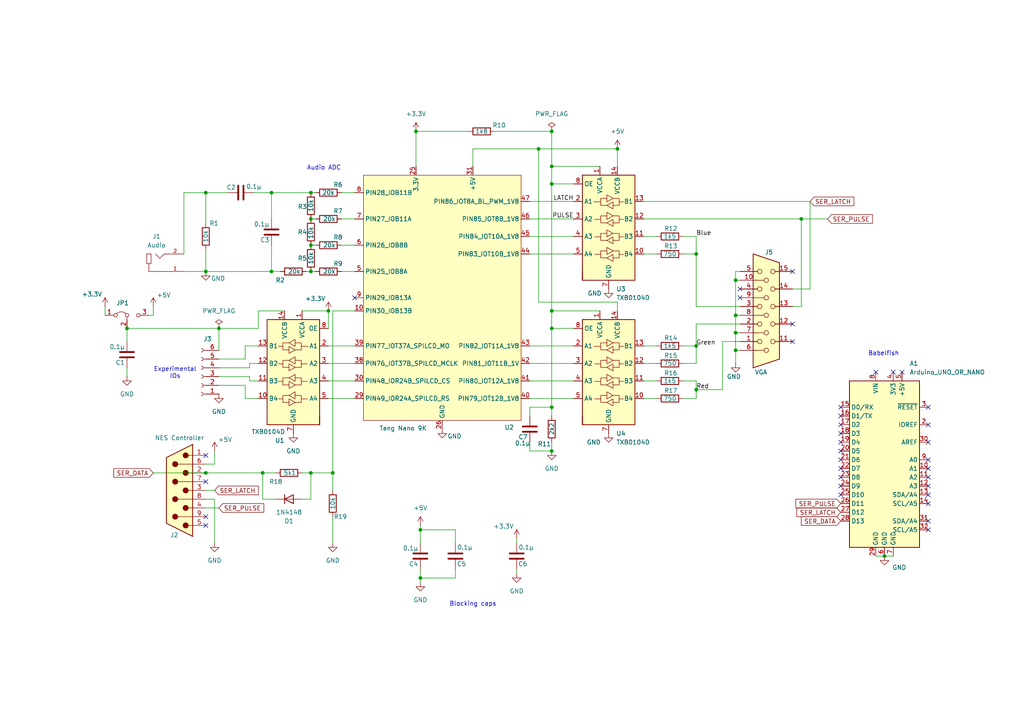
<source format=kicad_sch>
(kicad_sch (version 20231120) (generator "eeschema") (generator_version "8.0")
  (paper "A4")
  (lib_symbols
    (symbol "Connector:Conn_01x06_Socket" (pin_names (offset 1.016) hide)
      (property "Reference" "J" (at 0 7.62 0))
      (property "Value" "Conn_01x06_Socket" (at 0 -10.16 0))
      (symbol "Conn_01x06_Socket_1_1"
        (arc (start 0 -7.112) (mid -0.5058 -7.62) (end 0 -8.128) (stroke (width 0.1524)))
        (arc (start 0 -4.572) (mid -0.5058 -5.08) (end 0 -5.588) (stroke (width 0.1524)))
        (arc (start 0 -2.032) (mid -0.5058 -2.54) (end 0 -3.048) (stroke (width 0.1524)))
        (polyline (pts (xy -1.27 -7.62) (xy -0.508 -7.62)) (stroke (width 0.1524)))
        (polyline (pts (xy -1.27 -5.08) (xy -0.508 -5.08)) (stroke (width 0.1524)))
        (polyline (pts (xy -1.27 -2.54) (xy -0.508 -2.54)) (stroke (width 0.1524)))
        (polyline (pts (xy -1.27 0) (xy -0.508 0)) (stroke (width 0.1524)))
        (polyline (pts (xy -1.27 2.54) (xy -0.508 2.54)) (stroke (width 0.1524)))
        (polyline (pts (xy -1.27 5.08) (xy -0.508 5.08)) (stroke (width 0.1524)))
        (arc (start 0 0.508) (mid -0.5058 0) (end 0 -0.508) (stroke (width 0.1524)))
        (arc (start 0 3.048) (mid -0.5058 2.54) (end 0 2.032) (stroke (width 0.1524)))
        (arc (start 0 5.588) (mid -0.5058 5.08) (end 0 4.572) (stroke (width 0.1524)))
        (pin passive line (at -5.08 5.08 0) (length 3.81) (name "Pin_1") (number "1"))
        (pin passive line (at -5.08 2.54 0) (length 3.81) (name "Pin_2") (number "2"))
        (pin passive line (at -5.08 0 0) (length 3.81) (name "Pin_3") (number "3"))
        (pin passive line (at -5.08 -2.54 0) (length 3.81) (name "Pin_4") (number "4"))
        (pin passive line (at -5.08 -5.08 0) (length 3.81) (name "Pin_5") (number "5"))
        (pin passive line (at -5.08 -7.62 0) (length 3.81) (name "Pin_6") (number "6"))
      )
    )
    (symbol "Connector:DE9_Plug" (pin_names (offset 1.016) hide)
      (property "Reference" "J" (at 0 13.97 0))
      (property "Value" "DE9_Plug" (at 0 -14.605 0))
      (symbol "DE9_Plug_0_1"
        (circle (center -1.778 -10.16) (radius 0.762) (fill (type outline)))
        (circle (center -1.778 -5.08) (radius 0.762) (fill (type outline)))
        (circle (center -1.778 0) (radius 0.762) (fill (type outline)))
        (circle (center -1.778 5.08) (radius 0.762) (fill (type outline)))
        (circle (center -1.778 10.16) (radius 0.762) (fill (type outline)))
        (polyline (pts (xy -3.81 -10.16) (xy -2.54 -10.16)))
        (polyline (pts (xy -3.81 -7.62) (xy 0.508 -7.62)))
        (polyline (pts (xy -3.81 -5.08) (xy -2.54 -5.08)))
        (polyline (pts (xy -3.81 -2.54) (xy 0.508 -2.54)))
        (polyline (pts (xy -3.81 0) (xy -2.54 0)))
        (polyline (pts (xy -3.81 2.54) (xy 0.508 2.54)))
        (polyline (pts (xy -3.81 5.08) (xy -2.54 5.08)))
        (polyline (pts (xy -3.81 7.62) (xy 0.508 7.62)))
        (polyline (pts (xy -3.81 10.16) (xy -2.54 10.16)))
        (polyline (pts (xy -3.81 -13.335) (xy -3.81 13.335) (xy 3.81 9.525) (xy 3.81 -9.525) (xy -3.81 -13.335)) (stroke (width 0.254)) (fill (type background)))
        (circle (center 1.27 -7.62) (radius 0.762) (fill (type outline)))
        (circle (center 1.27 -2.54) (radius 0.762) (fill (type outline)))
        (circle (center 1.27 2.54) (radius 0.762) (fill (type outline)))
        (circle (center 1.27 7.62) (radius 0.762) (fill (type outline)))
      )
      (symbol "DE9_Plug_1_1"
        (pin passive line (at -7.62 -10.16 0) (length 3.81) (name "1") (number "1"))
        (pin passive line (at -7.62 -5.08 0) (length 3.81) (name "2") (number "2"))
        (pin passive line (at -7.62 0 0) (length 3.81) (name "3") (number "3"))
        (pin passive line (at -7.62 5.08 0) (length 3.81) (name "4") (number "4"))
        (pin passive line (at -7.62 10.16 0) (length 3.81) (name "5") (number "5"))
        (pin passive line (at -7.62 -7.62 0) (length 3.81) (name "6") (number "6"))
        (pin passive line (at -7.62 -2.54 0) (length 3.81) (name "7") (number "7"))
        (pin passive line (at -7.62 2.54 0) (length 3.81) (name "8") (number "8"))
        (pin passive line (at -7.62 7.62 0) (length 3.81) (name "9") (number "9"))
      )
    )
    (symbol "DE15_Receptacle_HighDensity_1" (pin_names (offset 1.016) hide)
      (property "Reference" "J" (at 0 21.59 0))
      (property "Value" "DE15_Receptacle_HighDensity" (at 0 19.05 0))
      (symbol "DE15_Receptacle_HighDensity_1_0_1"
        (circle (center -1.905 -10.16) (radius 0.635))
        (circle (center -1.905 -5.08) (radius 0.635))
        (circle (center -1.905 0) (radius 0.635))
        (circle (center -1.905 5.08) (radius 0.635))
        (circle (center -1.905 10.16) (radius 0.635))
        (circle (center 0 -7.62) (radius 0.635))
        (circle (center 0 -2.54) (radius 0.635))
        (polyline (pts (xy -3.175 7.62) (xy -0.635 7.62)))
        (polyline (pts (xy -0.635 -7.62) (xy -3.175 -7.62)))
        (polyline (pts (xy -0.635 -2.54) (xy -3.175 -2.54)))
        (polyline (pts (xy -0.635 2.54) (xy -3.175 2.54)))
        (polyline (pts (xy -0.635 12.7) (xy -3.175 12.7)))
        (polyline (pts (xy -3.81 17.78) (xy -3.81 -15.24) (xy 3.81 -12.7) (xy 3.81 15.24) (xy -3.81 17.78)) (stroke (width 0.254)) (fill (type background)))
        (circle (center 0 2.54) (radius 0.635))
        (circle (center 0 7.62) (radius 0.635))
        (circle (center 0 12.7) (radius 0.635))
        (circle (center 1.905 -10.16) (radius 0.635))
        (circle (center 1.905 -5.08) (radius 0.635))
        (circle (center 1.905 0) (radius 0.635))
        (circle (center 1.905 5.08) (radius 0.635))
        (circle (center 1.905 10.16) (radius 0.635))
      )
      (symbol "DE15_Receptacle_HighDensity_1_1_1"
        (pin passive line (at -7.62 10.16 0) (length 5.08) (name "~") (number "1"))
        (pin passive line (at -7.62 -7.62 0) (length 5.08) (name "~") (number "10"))
        (pin passive line (at 7.62 10.16 180) (length 5.08) (name "~") (number "11"))
        (pin passive line (at 7.62 5.08 180) (length 5.08) (name "~") (number "12"))
        (pin passive line (at 7.62 0 180) (length 5.08) (name "~") (number "13"))
        (pin passive line (at 7.62 -5.08 180) (length 5.08) (name "~") (number "14"))
        (pin passive line (at 7.62 -10.16 180) (length 5.08) (name "~") (number "15"))
        (pin passive line (at -7.62 5.08 0) (length 5.08) (name "~") (number "2"))
        (pin passive line (at -7.62 0 0) (length 5.08) (name "~") (number "3"))
        (pin passive line (at -7.62 -5.08 0) (length 5.08) (name "~") (number "4"))
        (pin passive line (at -7.62 -10.16 0) (length 5.08) (name "~") (number "5"))
        (pin passive line (at -7.62 12.7 0) (length 5.08) (name "~") (number "6"))
        (pin passive line (at -7.62 7.62 0) (length 5.08) (name "~") (number "7"))
        (pin passive line (at -7.62 2.54 0) (length 5.08) (name "~") (number "8"))
        (pin passive line (at -7.62 -2.54 0) (length 5.08) (name "~") (number "9"))
      )
    )
    (symbol "Device:C" (pin_numbers hide) (pin_names (offset 0.254))
      (property "Reference" "C" (at 0.635 2.54 0))
      (property "Value" "C" (at 0.635 -2.54 0))
      (symbol "C_0_1"
        (polyline (pts (xy -2.032 -0.762) (xy 2.032 -0.762)) (stroke (width 0.508)))
        (polyline (pts (xy -2.032 0.762) (xy 2.032 0.762)) (stroke (width 0.508)))
      )
      (symbol "C_1_1"
        (pin passive line (at 0 3.81 270) (length 2.794) (name "~") (number "1"))
        (pin passive line (at 0 -3.81 90) (length 2.794) (name "~") (number "2"))
      )
    )
    (symbol "Device:R" (pin_numbers hide) (pin_names (offset 0))
      (property "Reference" "R" (at 2.032 0 90))
      (property "Value" "R" (at 0 0 90))
      (symbol "R_0_1"
        (rectangle (start -1.016 -2.54) (end 1.016 2.54) (stroke (width 0.254)))
      )
      (symbol "R_1_1"
        (pin passive line (at 0 3.81 270) (length 1.27) (name "~") (number "1"))
        (pin passive line (at 0 -3.81 90) (length 1.27) (name "~") (number "2"))
      )
    )
    (symbol "Diode:1N4148" (pin_numbers hide) (pin_names hide)
      (property "Reference" "D" (at 0 2.54 0))
      (property "Value" "1N4148" (at 0 -2.54 0))
      (symbol "1N4148_0_1"
        (polyline (pts (xy -1.27 1.27) (xy -1.27 -1.27)) (stroke (width 0.254)))
        (polyline (pts (xy 1.27 0) (xy -1.27 0)))
        (polyline (pts (xy 1.27 1.27) (xy 1.27 -1.27) (xy -1.27 0) (xy 1.27 1.27)) (stroke (width 0.254)))
      )
      (symbol "1N4148_1_1"
        (pin passive line (at -3.81 0 0) (length 2.54) (name "K") (number "1"))
        (pin passive line (at 3.81 0 180) (length 2.54) (name "A") (number "2"))
      )
    )
    (symbol "Jumper:Jumper_3_Bridged12" (pin_names (offset 0) hide) (exclude_from_sim yes) (in_bom no)
      (property "Reference" "JP" (at -2.54 -2.54 0))
      (property "Value" "Jumper_3_Bridged12" (at 0 2.794 0))
      (symbol "Jumper_3_Bridged12_0_0"
        (circle (center -3.302 0) (radius 0.508))
        (circle (center 0 0) (radius 0.508))
        (circle (center 3.302 0) (radius 0.508))
      )
      (symbol "Jumper_3_Bridged12_0_1"
        (arc (start -0.254 0.508) (mid -1.651 0.9912) (end -3.048 0.508))
        (polyline (pts (xy 0 -1.27) (xy 0 -0.508)))
      )
      (symbol "Jumper_3_Bridged12_1_1"
        (pin passive line (at -6.35 0 0) (length 2.54) (name "A") (number "1"))
        (pin passive line (at 0 -3.81 90) (length 2.54) (name "C") (number "2"))
        (pin passive line (at 6.35 0 180) (length 2.54) (name "B") (number "3"))
      )
    )
    (symbol "Logic_LevelTranslator:TXB0104D"
      (property "Reference" "U" (at -6.35 16.51 0))
      (property "Value" "TXB0104D" (at 3.81 16.51 0))
      (symbol "TXB0104D_0_1"
        (rectangle (start -7.62 -15.24) (end -7.62 -12.7) (stroke (width 0.254)))
        (rectangle (start -7.62 15.24) (end 7.62 -15.24) (stroke (width 0.254)) (fill (type background)))
        (polyline (pts (xy -2.286 -7.747) (xy -2.286 -6.731) (xy -0.508 -6.731)))
        (polyline (pts (xy -2.286 -2.667) (xy -2.286 -1.651) (xy -0.508 -1.651)))
        (polyline (pts (xy -2.286 2.413) (xy -2.286 3.429) (xy -0.508 3.429)))
        (polyline (pts (xy -2.286 7.493) (xy -2.286 8.509) (xy -0.508 8.509)))
        (polyline (pts (xy 3.048 -7.747) (xy 3.048 -8.763) (xy 1.27 -8.763)))
        (polyline (pts (xy 3.048 -2.667) (xy 3.048 -3.683) (xy 1.27 -3.683)))
        (polyline (pts (xy 3.048 2.413) (xy 3.048 1.397) (xy 1.27 1.397)))
        (polyline (pts (xy 3.048 7.493) (xy 3.048 6.477) (xy 1.27 6.477)))
        (polyline (pts (xy -0.508 -8.763) (xy -2.286 -8.763) (xy -2.286 -7.747) (xy -4.064 -7.747)))
        (polyline (pts (xy -0.508 -8.763) (xy 1.27 -7.747) (xy 1.27 -9.779) (xy -0.508 -8.763)))
        (polyline (pts (xy -0.508 -3.683) (xy -2.286 -3.683) (xy -2.286 -2.667) (xy -4.064 -2.667)))
        (polyline (pts (xy -0.508 -3.683) (xy 1.27 -2.667) (xy 1.27 -4.699) (xy -0.508 -3.683)))
        (polyline (pts (xy -0.508 1.397) (xy -2.286 1.397) (xy -2.286 2.413) (xy -4.064 2.413)))
        (polyline (pts (xy -0.508 1.397) (xy 1.27 2.413) (xy 1.27 0.381) (xy -0.508 1.397)))
        (polyline (pts (xy -0.508 6.477) (xy -2.286 6.477) (xy -2.286 7.493) (xy -4.318 7.493)))
        (polyline (pts (xy -0.508 6.477) (xy 1.27 7.493) (xy 1.27 5.461) (xy -0.508 6.477)))
        (polyline (pts (xy 1.27 -6.731) (xy -0.508 -7.747) (xy -0.508 -5.715) (xy 1.27 -6.731)))
        (polyline (pts (xy 1.27 -6.731) (xy 3.048 -6.731) (xy 3.048 -7.747) (xy 4.318 -7.747)))
        (polyline (pts (xy 1.27 -1.651) (xy -0.508 -2.667) (xy -0.508 -0.635) (xy 1.27 -1.651)))
        (polyline (pts (xy 1.27 -1.651) (xy 3.048 -1.651) (xy 3.048 -2.667) (xy 4.318 -2.667)))
        (polyline (pts (xy 1.27 3.429) (xy -0.508 2.413) (xy -0.508 4.445) (xy 1.27 3.429)))
        (polyline (pts (xy 1.27 3.429) (xy 3.048 3.429) (xy 3.048 2.413) (xy 4.318 2.413)))
        (polyline (pts (xy 1.27 8.509) (xy -0.508 7.493) (xy -0.508 9.525) (xy 1.27 8.509)))
        (polyline (pts (xy 1.27 8.509) (xy 3.048 8.509) (xy 3.048 7.493) (xy 4.318 7.493)))
      )
      (symbol "TXB0104D_1_1"
        (pin power_in line (at -2.54 17.78 270) (length 2.54) (name "VCCA") (number "1"))
        (pin bidirectional line (at 10.16 -7.62 180) (length 2.54) (name "B4") (number "10"))
        (pin bidirectional line (at 10.16 -2.54 180) (length 2.54) (name "B3") (number "11"))
        (pin bidirectional line (at 10.16 2.54 180) (length 2.54) (name "B2") (number "12"))
        (pin bidirectional line (at 10.16 7.62 180) (length 2.54) (name "B1") (number "13"))
        (pin power_in line (at 2.54 17.78 270) (length 2.54) (name "VCCB") (number "14"))
        (pin bidirectional line (at -10.16 7.62 0) (length 2.54) (name "A1") (number "2"))
        (pin bidirectional line (at -10.16 2.54 0) (length 2.54) (name "A2") (number "3"))
        (pin bidirectional line (at -10.16 -2.54 0) (length 2.54) (name "A3") (number "4"))
        (pin bidirectional line (at -10.16 -7.62 0) (length 2.54) (name "A4") (number "5"))
        (pin no_connect line (at -7.62 -12.7 0) (length 2.54) hide (name "NC") (number "6"))
        (pin power_in line (at 0 -17.78 90) (length 2.54) (name "GND") (number "7"))
        (pin input line (at -10.16 12.7 0) (length 2.54) (name "OE") (number "8"))
        (pin no_connect line (at 7.62 -12.7 180) (length 2.54) hide (name "NC") (number "9"))
      )
    )
    (symbol "MCU_Module:Arduino_UNO_R3"
      (property "Reference" "A" (at -10.16 23.495 0))
      (property "Value" "Arduino_UNO_R3" (at 5.08 -26.67 0))
      (symbol "Arduino_UNO_R3_0_1"
        (rectangle (start -10.16 22.86) (end 10.16 -25.4) (stroke (width 0.254)) (fill (type background)))
      )
      (symbol "Arduino_UNO_R3_1_1"
        (pin no_connect line (at -10.16 -20.32 0) (length 2.54) hide (name "NC") (number "1"))
        (pin bidirectional line (at 12.7 -2.54 180) (length 2.54) (name "A1") (number "10"))
        (pin bidirectional line (at 12.7 -5.08 180) (length 2.54) (name "A2") (number "11"))
        (pin bidirectional line (at 12.7 -7.62 180) (length 2.54) (name "A3") (number "12"))
        (pin bidirectional line (at 12.7 -10.16 180) (length 2.54) (name "SDA/A4") (number "13"))
        (pin bidirectional line (at 12.7 -12.7 180) (length 2.54) (name "SCL/A5") (number "14"))
        (pin bidirectional line (at -12.7 15.24 0) (length 2.54) (name "D0/RX") (number "15"))
        (pin bidirectional line (at -12.7 12.7 0) (length 2.54) (name "D1/TX") (number "16"))
        (pin bidirectional line (at -12.7 10.16 0) (length 2.54) (name "D2") (number "17"))
        (pin bidirectional line (at -12.7 7.62 0) (length 2.54) (name "D3") (number "18"))
        (pin bidirectional line (at -12.7 5.08 0) (length 2.54) (name "D4") (number "19"))
        (pin output line (at 12.7 10.16 180) (length 2.54) (name "IOREF") (number "2"))
        (pin bidirectional line (at -12.7 2.54 0) (length 2.54) (name "D5") (number "20"))
        (pin bidirectional line (at -12.7 0 0) (length 2.54) (name "D6") (number "21"))
        (pin bidirectional line (at -12.7 -2.54 0) (length 2.54) (name "D7") (number "22"))
        (pin bidirectional line (at -12.7 -5.08 0) (length 2.54) (name "D8") (number "23"))
        (pin bidirectional line (at -12.7 -7.62 0) (length 2.54) (name "D9") (number "24"))
        (pin bidirectional line (at -12.7 -10.16 0) (length 2.54) (name "D10") (number "25"))
        (pin bidirectional line (at -12.7 -12.7 0) (length 2.54) (name "D11") (number "26"))
        (pin bidirectional line (at -12.7 -15.24 0) (length 2.54) (name "D12") (number "27"))
        (pin bidirectional line (at -12.7 -17.78 0) (length 2.54) (name "D13") (number "28"))
        (pin power_in line (at -2.54 -27.94 90) (length 2.54) (name "GND") (number "29"))
        (pin input line (at 12.7 15.24 180) (length 2.54) (name "~{RESET}") (number "3"))
        (pin input line (at 12.7 5.08 180) (length 2.54) (name "AREF") (number "30"))
        (pin bidirectional line (at 12.7 -17.78 180) (length 2.54) (name "SDA/A4") (number "31"))
        (pin bidirectional line (at 12.7 -20.32 180) (length 2.54) (name "SCL/A5") (number "32"))
        (pin power_out line (at 2.54 25.4 270) (length 2.54) (name "3V3") (number "4"))
        (pin power_out line (at 5.08 25.4 270) (length 2.54) (name "+5V") (number "5"))
        (pin power_in line (at 0 -27.94 90) (length 2.54) (name "GND") (number "6"))
        (pin power_in line (at 2.54 -27.94 90) (length 2.54) (name "GND") (number "7"))
        (pin power_in line (at -2.54 25.4 270) (length 2.54) (name "VIN") (number "8"))
        (pin bidirectional line (at 12.7 0 180) (length 2.54) (name "A0") (number "9"))
      )
    )
    (symbol "parts:RCJ-041" (pin_names (offset 1.016))
      (property "Reference" "J" (at -5.6324 4.096 0))
      (property "Value" "RCJ-041" (at -5.1169 -5.6268 0))
      (symbol "RCJ-041_0_0"
        (polyline (pts (xy -5.715 -0.254) (xy -5.08 -0.254)) (stroke (width 0.1524)))
        (polyline (pts (xy -5.715 2.54) (xy -5.715 -0.254)) (stroke (width 0.1524)))
        (polyline (pts (xy -5.08 -2.54) (xy -5.08 -0.254)) (stroke (width 0.1524)))
        (polyline (pts (xy -5.08 -0.254) (xy -4.445 -0.254)) (stroke (width 0.1524)))
        (polyline (pts (xy -4.445 -0.254) (xy -4.445 2.54)) (stroke (width 0.1524)))
        (polyline (pts (xy -4.445 2.54) (xy -5.715 2.54)) (stroke (width 0.1524)))
        (polyline (pts (xy -1.905 1.27) (xy -3.175 2.54)) (stroke (width 0.1524)))
        (polyline (pts (xy -0.635 2.54) (xy -1.905 1.27)) (stroke (width 0.1524)))
        (polyline (pts (xy 0 -2.54) (xy -5.08 -2.54)) (stroke (width 0.1524)))
        (polyline (pts (xy 0 2.54) (xy -0.635 2.54)) (stroke (width 0.1524)))
        (pin passive line (at 5.08 -2.54 180) (length 5.08) (name "~") (number "1"))
        (pin passive line (at 5.08 2.54 180) (length 5.08) (name "~") (number "2"))
      )
    )
    (symbol "parts:Tang_Nano_9K"
      (property "Reference" "U" (at 9.652 -39.624 0))
      (property "Value" "Tang Nano 9K" (at 0 -10.16 0))
      (property "Footprint" "parts:TangNano9k" (at 8.89 -2.54 0))
      (symbol "Tang_Nano_9K_1_1"
        (rectangle (start -22.86 33.02) (end 22.86 -38.1) (fill (type background)))
        (pin bidirectional line (at -25.4 -6.35 0) (length 2.54) (name "PIN30_IOB13B") (number "10"))
        (pin power_out line (at -7.62 35.56 270) (length 2.54) (name "3.3V") (number "25"))
        (pin power_out line (at 0 -40.64 90) (length 2.54) (name "GND") (number "26"))
        (pin bidirectional line (at -25.4 -31.75 0) (length 2.54) (name "PIN49_IOR24A_SPILCD_RS") (number "29"))
        (pin bidirectional line (at -25.4 -26.67 0) (length 2.54) (name "PIN48_IOR24B_SPILCD_CS") (number "30"))
        (pin power_out line (at 8.89 35.56 270) (length 2.54) (name "+5V") (number "31"))
        (pin bidirectional line (at -25.4 -21.59 0) (length 2.54) (name "PIN76_IOT37B_SPILCD_MCLK") (number "38"))
        (pin bidirectional line (at -25.4 -16.51 0) (length 2.54) (name "PIN77_IOT37A_SPILCD_MO") (number "39"))
        (pin bidirectional line (at 25.4 -31.75 180) (length 2.54) (name "PIN79_IOT12B_1V8") (number "40"))
        (pin bidirectional line (at 25.4 -26.67 180) (length 2.54) (name "PIN80_IOT12A_1V8") (number "41"))
        (pin bidirectional line (at 25.4 -21.59 180) (length 2.54) (name "PIN81_IOT11B_1V") (number "42"))
        (pin bidirectional line (at 25.4 -16.51 180) (length 2.54) (name "PIN82_IOT11A_1V8") (number "43"))
        (pin bidirectional line (at 25.4 10.16 180) (length 2.54) (name "PIN83_IOT10B_1V8") (number "44"))
        (pin bidirectional line (at 25.4 15.24 180) (length 2.54) (name "PIN84_IOT10A_1V8") (number "45"))
        (pin bidirectional line (at 25.4 20.32 180) (length 2.54) (name "PIN85_IOT8B_1V8") (number "46"))
        (pin bidirectional line (at 25.4 25.4 180) (length 2.54) (name "PIN86_IOT8A_BL_PWM_1V8") (number "47"))
        (pin bidirectional line (at -25.4 5.08 0) (length 2.54) (name "PIN25_IOB8A") (number "5"))
        (pin bidirectional line (at -25.4 12.7 0) (length 2.54) (name "PIN26_IOB8B") (number "6"))
        (pin bidirectional line (at -25.4 20.32 0) (length 2.54) (name "PIN27_IOB11A") (number "7"))
        (pin bidirectional line (at -25.4 27.94 0) (length 2.54) (name "PIN28_IOB11B") (number "8"))
        (pin bidirectional line (at -25.4 -2.54 0) (length 2.54) (name "PIN29_IOB13A") (number "9"))
      )
    )
    (symbol "power:+3.3V" (power) (pin_numbers hide) (pin_names (offset 0) hide)
      (property "Value" "+3.3V" (at 0 3.556 0))
      (symbol "+3.3V_0_1"
        (polyline (pts (xy -0.762 1.27) (xy 0 2.54)))
        (polyline (pts (xy 0 0) (xy 0 2.54)))
        (polyline (pts (xy 0 2.54) (xy 0.762 1.27)))
      )
      (symbol "+3.3V_1_1"
        (pin power_in line (at 0 0 90) (length 0) (name "~") (number "1"))
      )
    )
    (symbol "power:+5V" (power) (pin_numbers hide) (pin_names (offset 0) hide)
      (property "Value" "+5V" (at 0 3.556 0))
      (symbol "+5V_0_1"
        (polyline (pts (xy -0.762 1.27) (xy 0 2.54)))
        (polyline (pts (xy 0 0) (xy 0 2.54)))
        (polyline (pts (xy 0 2.54) (xy 0.762 1.27)))
      )
      (symbol "+5V_1_1"
        (pin power_in line (at 0 0 90) (length 0) (name "~") (number "1"))
      )
    )
    (symbol "power:GND" (power) (pin_numbers hide) (pin_names (offset 0) hide)
      (property "Value" "GND" (at 0 -3.81 0))
      (symbol "GND_0_1"
        (polyline (pts (xy 0 0) (xy 0 -1.27) (xy 1.27 -1.27) (xy 0 -2.54) (xy -1.27 -1.27) (xy 0 -1.27)))
      )
      (symbol "GND_1_1"
        (pin power_in line (at 0 0 270) (length 0) (name "~") (number "1"))
      )
    )
    (symbol "power:PWR_FLAG" (power) (pin_numbers hide) (pin_names (offset 0) hide)
      (property "Value" "PWR_FLAG" (at 0 3.81 0))
      (symbol "PWR_FLAG_0_0"
        (pin power_out line (at 0 0 90) (length 0) (name "~") (number "1"))
      )
      (symbol "PWR_FLAG_0_1"
        (polyline (pts (xy 0 0) (xy 0 1.27) (xy -1.016 1.905) (xy 0 2.54) (xy 1.016 1.905) (xy 0 1.27)))
      )
    )
  )
  (junction (at 96.52 137.16))
  (junction (at 36.83 95.25))
  (junction (at 179.07 43.18))
  (junction (at 256.54 161.29))
  (junction (at 232.41 63.5))
  (junction (at 78.74 78.74))
  (junction (at 213.36 96.52))
  (junction (at 90.17 137.16))
  (junction (at 90.17 55.88))
  (junction (at 213.36 81.28))
  (junction (at 160.02 118.11))
  (junction (at 201.93 73.66))
  (junction (at 90.17 78.74))
  (junction (at 121.92 153.67))
  (junction (at 213.36 91.44))
  (junction (at 156.21 43.18))
  (junction (at 120.65 38.1))
  (junction (at 95.25 90.17))
  (junction (at 76.2 137.16))
  (junction (at 78.74 55.88))
  (junction (at 160.02 90.17))
  (junction (at 59.69 78.74))
  (junction (at 160.02 130.81))
  (junction (at 160.02 95.25))
  (junction (at 160.02 53.34))
  (junction (at 201.93 100.33))
  (junction (at 201.93 113.03))
  (junction (at 160.02 38.1))
  (junction (at 213.36 101.6))
  (junction (at 59.69 55.88))
  (junction (at 90.17 71.12))
  (junction (at 160.02 48.26))
  (junction (at 90.17 63.5))
  (junction (at 63.5 95.25))
  (junction (at 121.92 167.64))
  (junction (at 59.69 137.16))
  (no_connect (at 243.84 118.11))
  (no_connect (at 243.84 135.89))
  (no_connect (at 269.24 128.27))
  (no_connect (at 243.84 140.97))
  (no_connect (at 269.24 135.89))
  (no_connect (at 59.69 152.4))
  (no_connect (at 59.69 132.08))
  (no_connect (at 229.87 78.74))
  (no_connect (at 59.69 149.86))
  (no_connect (at 214.63 83.82))
  (no_connect (at 243.84 120.65))
  (no_connect (at 229.87 99.06))
  (no_connect (at 261.62 107.95))
  (no_connect (at 59.69 139.7))
  (no_connect (at 259.08 107.95))
  (no_connect (at 243.84 130.81))
  (no_connect (at 269.24 151.13))
  (no_connect (at 269.24 138.43))
  (no_connect (at 243.84 123.19))
  (no_connect (at 102.87 86.36))
  (no_connect (at 254 107.95))
  (no_connect (at 269.24 140.97))
  (no_connect (at 229.87 93.98))
  (no_connect (at 269.24 133.35))
  (no_connect (at 269.24 118.11))
  (no_connect (at 269.24 153.67))
  (no_connect (at 269.24 143.51))
  (no_connect (at 243.84 143.51))
  (no_connect (at 269.24 123.19))
  (no_connect (at 243.84 128.27))
  (no_connect (at 243.84 125.73))
  (no_connect (at 243.84 133.35))
  (no_connect (at 269.24 146.05))
  (no_connect (at 243.84 138.43))
  (no_connect (at 214.63 86.36))
  (wire (pts (xy 63.5 111.76) (xy 71.12 111.76)))
  (wire (pts (xy 62.23 130.81) (xy 62.23 134.62)))
  (wire (pts (xy 36.83 95.25) (xy 36.83 99.06)))
  (wire (pts (xy 213.36 81.28) (xy 213.36 78.74)))
  (wire (pts (xy 166.37 95.25) (xy 160.02 95.25)))
  (wire (pts (xy 198.12 68.58) (xy 201.93 68.58)))
  (wire (pts (xy 88.9 78.74) (xy 90.17 78.74)))
  (wire (pts (xy 229.87 88.9) (xy 232.41 88.9)))
  (wire (pts (xy 121.92 153.67) (xy 132.08 153.67)))
  (wire (pts (xy 53.34 78.74) (xy 59.69 78.74)))
  (wire (pts (xy 53.34 55.88) (xy 59.69 55.88)))
  (wire (pts (xy 73.66 55.88) (xy 78.74 55.88)))
  (wire (pts (xy 143.51 38.1) (xy 160.02 38.1)))
  (wire (pts (xy 201.93 105.41) (xy 198.12 105.41)))
  (wire (pts (xy 63.5 109.22) (xy 72.39 109.22)))
  (wire (pts (xy 44.45 137.16) (xy 59.69 137.16)))
  (wire (pts (xy 102.87 90.17) (xy 96.52 90.17)))
  (wire (pts (xy 186.69 100.33) (xy 190.5 100.33)))
  (wire (pts (xy 156.21 43.18) (xy 156.21 87.63)))
  (wire (pts (xy 96.52 149.86) (xy 96.52 157.48)))
  (wire (pts (xy 160.02 90.17) (xy 160.02 95.25)))
  (wire (pts (xy 198.12 73.66) (xy 201.93 73.66)))
  (wire (pts (xy 186.69 58.42) (xy 234.95 58.42)))
  (wire (pts (xy 76.2 137.16) (xy 80.01 137.16)))
  (wire (pts (xy 153.67 128.27) (xy 153.67 130.81)))
  (wire (pts (xy 71.12 111.76) (xy 71.12 115.57)))
  (wire (pts (xy 201.93 93.98) (xy 201.93 100.33)))
  (wire (pts (xy 96.52 137.16) (xy 96.52 142.24)))
  (wire (pts (xy 179.07 43.18) (xy 179.07 48.26)))
  (wire (pts (xy 90.17 55.88) (xy 91.44 55.88)))
  (wire (pts (xy 59.69 137.16) (xy 76.2 137.16)))
  (wire (pts (xy 190.5 73.66) (xy 186.69 73.66)))
  (wire (pts (xy 214.63 101.6) (xy 213.36 101.6)))
  (wire (pts (xy 186.69 105.41) (xy 190.5 105.41)))
  (wire (pts (xy 63.5 104.14) (xy 71.12 104.14)))
  (wire (pts (xy 254 161.29) (xy 256.54 161.29)))
  (wire (pts (xy 59.69 142.24) (xy 62.23 142.24)))
  (wire (pts (xy 53.34 73.66) (xy 53.34 55.88)))
  (wire (pts (xy 90.17 144.78) (xy 90.17 137.16)))
  (wire (pts (xy 213.36 91.44) (xy 214.63 91.44)))
  (wire (pts (xy 78.74 55.88) (xy 90.17 55.88)))
  (wire (pts (xy 190.5 68.58) (xy 186.69 68.58)))
  (wire (pts (xy 87.63 90.17) (xy 95.25 90.17)))
  (wire (pts (xy 153.67 118.11) (xy 160.02 118.11)))
  (wire (pts (xy 153.67 68.58) (xy 166.37 68.58)))
  (wire (pts (xy 121.92 167.64) (xy 121.92 168.91)))
  (wire (pts (xy 160.02 38.1) (xy 160.02 48.26)))
  (wire (pts (xy 153.67 130.81) (xy 160.02 130.81)))
  (wire (pts (xy 63.5 106.68) (xy 72.39 106.68)))
  (wire (pts (xy 71.12 104.14) (xy 71.12 100.33)))
  (wire (pts (xy 153.67 63.5) (xy 166.37 63.5)))
  (wire (pts (xy 87.63 144.78) (xy 90.17 144.78)))
  (wire (pts (xy 95.25 110.49) (xy 102.87 110.49)))
  (wire (pts (xy 59.69 72.39) (xy 59.69 78.74)))
  (wire (pts (xy 90.17 63.5) (xy 91.44 63.5)))
  (wire (pts (xy 95.25 100.33) (xy 102.87 100.33)))
  (wire (pts (xy 78.74 78.74) (xy 81.28 78.74)))
  (wire (pts (xy 153.67 73.66) (xy 166.37 73.66)))
  (wire (pts (xy 120.65 48.26) (xy 120.65 38.1)))
  (wire (pts (xy 36.83 95.25) (xy 63.5 95.25)))
  (wire (pts (xy 186.69 63.5) (xy 232.41 63.5)))
  (wire (pts (xy 72.39 110.49) (xy 74.93 110.49)))
  (wire (pts (xy 72.39 109.22) (xy 72.39 110.49)))
  (wire (pts (xy 198.12 100.33) (xy 201.93 100.33)))
  (wire (pts (xy 232.41 88.9) (xy 232.41 63.5)))
  (wire (pts (xy 201.93 113.03) (xy 201.93 115.57)))
  (wire (pts (xy 153.67 115.57) (xy 166.37 115.57)))
  (wire (pts (xy 120.65 38.1) (xy 135.89 38.1)))
  (wire (pts (xy 209.55 113.03) (xy 209.55 99.06)))
  (wire (pts (xy 160.02 128.27) (xy 160.02 130.81)))
  (wire (pts (xy 74.93 95.25) (xy 63.5 95.25)))
  (wire (pts (xy 198.12 110.49) (xy 201.93 110.49)))
  (wire (pts (xy 99.06 78.74) (xy 102.87 78.74)))
  (wire (pts (xy 153.67 110.49) (xy 166.37 110.49)))
  (wire (pts (xy 213.36 81.28) (xy 214.63 81.28)))
  (wire (pts (xy 96.52 90.17) (xy 96.52 137.16)))
  (wire (pts (xy 213.36 101.6) (xy 213.36 105.41)))
  (wire (pts (xy 201.93 113.03) (xy 209.55 113.03)))
  (wire (pts (xy 201.93 115.57) (xy 198.12 115.57)))
  (wire (pts (xy 90.17 71.12) (xy 91.44 71.12)))
  (wire (pts (xy 156.21 87.63) (xy 179.07 87.63)))
  (wire (pts (xy 95.25 105.41) (xy 102.87 105.41)))
  (wire (pts (xy 62.23 157.48) (xy 62.23 144.78)))
  (wire (pts (xy 179.07 87.63) (xy 179.07 90.17)))
  (wire (pts (xy 201.93 88.9) (xy 214.63 88.9)))
  (wire (pts (xy 156.21 43.18) (xy 179.07 43.18)))
  (wire (pts (xy 234.95 58.42) (xy 234.95 83.82)))
  (wire (pts (xy 74.93 90.17) (xy 74.93 95.25)))
  (wire (pts (xy 76.2 137.16) (xy 76.2 144.78)))
  (wire (pts (xy 153.67 100.33) (xy 166.37 100.33)))
  (wire (pts (xy 66.04 55.88) (xy 59.69 55.88)))
  (wire (pts (xy 209.55 99.06) (xy 214.63 99.06)))
  (wire (pts (xy 44.45 91.44) (xy 44.45 88.9)))
  (wire (pts (xy 153.67 105.41) (xy 166.37 105.41)))
  (wire (pts (xy 59.69 147.32) (xy 63.5 147.32)))
  (wire (pts (xy 234.95 83.82) (xy 229.87 83.82)))
  (wire (pts (xy 201.93 68.58) (xy 201.93 73.66)))
  (wire (pts (xy 160.02 95.25) (xy 160.02 118.11)))
  (wire (pts (xy 72.39 105.41) (xy 74.93 105.41)))
  (wire (pts (xy 137.16 48.26) (xy 137.16 43.18)))
  (wire (pts (xy 90.17 78.74) (xy 91.44 78.74)))
  (wire (pts (xy 160.02 53.34) (xy 166.37 53.34)))
  (wire (pts (xy 173.99 48.26) (xy 160.02 48.26)))
  (wire (pts (xy 78.74 71.12) (xy 78.74 78.74)))
  (wire (pts (xy 256.54 161.29) (xy 259.08 161.29)))
  (wire (pts (xy 99.06 55.88) (xy 102.87 55.88)))
  (wire (pts (xy 36.83 106.68) (xy 36.83 109.22)))
  (wire (pts (xy 121.92 165.1) (xy 121.92 167.64)))
  (wire (pts (xy 201.93 113.03) (xy 201.93 110.49)))
  (wire (pts (xy 99.06 63.5) (xy 102.87 63.5)))
  (wire (pts (xy 149.86 165.1) (xy 149.86 166.37)))
  (wire (pts (xy 186.69 110.49) (xy 190.5 110.49)))
  (wire (pts (xy 213.36 78.74) (xy 214.63 78.74)))
  (wire (pts (xy 149.86 156.21) (xy 149.86 157.48)))
  (wire (pts (xy 160.02 118.11) (xy 160.02 120.65)))
  (wire (pts (xy 160.02 90.17) (xy 173.99 90.17)))
  (wire (pts (xy 71.12 100.33) (xy 74.93 100.33)))
  (wire (pts (xy 87.63 137.16) (xy 90.17 137.16)))
  (wire (pts (xy 95.25 90.17) (xy 95.25 95.25)))
  (wire (pts (xy 82.55 90.17) (xy 74.93 90.17)))
  (wire (pts (xy 90.17 137.16) (xy 96.52 137.16)))
  (wire (pts (xy 160.02 48.26) (xy 160.02 53.34)))
  (wire (pts (xy 121.92 167.64) (xy 132.08 167.64)))
  (wire (pts (xy 30.48 91.44) (xy 30.48 88.9)))
  (wire (pts (xy 121.92 153.67) (xy 121.92 157.48)))
  (wire (pts (xy 59.69 134.62) (xy 62.23 134.62)))
  (wire (pts (xy 43.18 91.44) (xy 44.45 91.44)))
  (wire (pts (xy 232.41 63.5) (xy 240.03 63.5)))
  (wire (pts (xy 201.93 73.66) (xy 201.93 88.9)))
  (wire (pts (xy 121.92 152.4) (xy 121.92 153.67)))
  (wire (pts (xy 213.36 96.52) (xy 214.63 96.52)))
  (wire (pts (xy 132.08 165.1) (xy 132.08 167.64)))
  (wire (pts (xy 95.25 115.57) (xy 102.87 115.57)))
  (wire (pts (xy 132.08 153.67) (xy 132.08 157.48)))
  (wire (pts (xy 63.5 95.25) (xy 63.5 101.6)))
  (wire (pts (xy 137.16 43.18) (xy 156.21 43.18)))
  (wire (pts (xy 153.67 118.11) (xy 153.67 120.65)))
  (wire (pts (xy 76.2 144.78) (xy 80.01 144.78)))
  (wire (pts (xy 201.93 100.33) (xy 201.93 105.41)))
  (wire (pts (xy 160.02 53.34) (xy 160.02 90.17)))
  (wire (pts (xy 213.36 91.44) (xy 213.36 81.28)))
  (wire (pts (xy 213.36 96.52) (xy 213.36 91.44)))
  (wire (pts (xy 213.36 101.6) (xy 213.36 96.52)))
  (wire (pts (xy 201.93 93.98) (xy 214.63 93.98)))
  (wire (pts (xy 59.69 144.78) (xy 62.23 144.78)))
  (wire (pts (xy 72.39 106.68) (xy 72.39 105.41)))
  (wire (pts (xy 59.69 78.74) (xy 78.74 78.74)))
  (wire (pts (xy 153.67 58.42) (xy 166.37 58.42)))
  (wire (pts (xy 59.69 55.88) (xy 59.69 64.77)))
  (wire (pts (xy 78.74 55.88) (xy 78.74 63.5)))
  (wire (pts (xy 99.06 71.12) (xy 102.87 71.12)))
  (wire (pts (xy 71.12 115.57) (xy 74.93 115.57)))
  (wire (pts (xy 186.69 115.57) (xy 190.5 115.57)))
  (text "Audio ADC" (at 93.98 48.768 0) (effects (font (size 1.27 1.27))))
  (text "Blocking caps" (at 137.16 175.26 0) (effects (font (size 1.27 1.27))))
  (text "Experimental\nIOs" (at 50.8 108.204 0) (effects (font (size 1.27 1.27))))
  (text "Babelfish" (at 256.286 102.616 0) (effects (font (size 1.27 1.27))))
  (label "LATCH" (at 166.37 58.42 180))
  (label "Red" (at 201.93 113.03 0))
  (label "PULSE" (at 166.37 63.5 180))
  (label "Blue" (at 201.93 68.58 0))
  (label "Green" (at 201.93 100.33 0))
  (global_label "SER_DATA" (shape input) (at 243.84 151.13 180) (property "Intersheetrefs" "${INTERSHEET_REFS}" (effects (hide yes))))
  (global_label "SER_LATCH" (shape input) (at 234.95 58.42 0) (property "Intersheetrefs" "${INTERSHEET_REFS}" (effects (hide yes))))
  (global_label "SER_PULSE" (shape input) (at 240.03 63.5 0) (property "Intersheetrefs" "${INTERSHEET_REFS}" (effects (hide yes))))
  (global_label "SER_LATCH" (shape input) (at 62.23 142.24 0) (property "Intersheetrefs" "${INTERSHEET_REFS}" (effects (hide yes))))
  (global_label "SER_DATA" (shape input) (at 44.45 137.16 180) (property "Intersheetrefs" "${INTERSHEET_REFS}" (effects (hide yes))))
  (global_label "SER_PULSE" (shape input) (at 243.84 146.05 180) (property "Intersheetrefs" "${INTERSHEET_REFS}" (effects (hide yes))))
  (global_label "SER_PULSE" (shape input) (at 63.5 147.32 0) (property "Intersheetrefs" "${INTERSHEET_REFS}" (effects (hide yes))))
  (global_label "SER_LATCH" (shape input) (at 243.84 148.59 180) (property "Intersheetrefs" "${INTERSHEET_REFS}" (effects (hide yes))))
  (symbol (lib_id "Device:R") (at 95.25 55.88 90) (unit 1)
    (property "Reference" "R6" (at 98.044 53.594 90))
    (property "Value" "20k" (at 95.25 55.88 90))
    (property "Footprint" "Resistor_THT:R_Axial_DIN0207_L6.3mm_D2.5mm_P7.62mm_Horizontal" (effects (hide yes)))
    (property "Description" "Resistor" (effects (hide yes)))
  )
  (symbol (lib_id "power:GND") (at 96.52 157.48 0) (unit 1)
    (property "Reference" "#PWR022" (effects (hide yes)))
    (property "Value" "GND" (at 96.52 162.56 0))
    (property "Description" "Power symbol creates a global label with name \"GND\" , ground" (effects (hide yes)))
  )
  (symbol (lib_id "Device:C") (at 36.83 102.87 0) (unit 1)
    (property "Reference" "C1" (at 33.528 105.156 0) (effects (justify left)))
    (property "Value" "0.1µ" (at 31.75 100.584 0) (effects (justify left)))
    (property "Footprint" "Capacitor_THT:C_Disc_D5.0mm_W2.5mm_P2.50mm" (effects (hide yes)))
    (property "Description" "Unpolarized capacitor" (effects (hide yes)))
  )
  (symbol (lib_id "power:+5V") (at 44.45 88.9 0) (unit 1)
    (property "Reference" "#PWR03" (effects (hide yes)))
    (property "Value" "+5V" (at 47.498 85.598 0))
    (property "Description" "Power symbol creates a global label with name \"+5V\"" (effects (hide yes)))
  )
  (symbol (lib_id "Device:C") (at 132.08 161.29 180) (unit 1)
    (property "Reference" "C5" (at 133.858 163.576 0))
    (property "Value" "0.1µ" (at 134.874 158.75 0))
    (property "Footprint" "Capacitor_SMD:C_1206_3216Metric_Pad1.33x1.80mm_HandSolder" (effects (hide yes)))
    (property "Description" "Unpolarized capacitor" (effects (hide yes)))
  )
  (symbol (lib_id "Device:R") (at 90.17 59.69 0) (unit 1)
    (property "Reference" "R3" (at 86.36 59.944 0) (effects (justify left)))
    (property "Value" "10k" (at 90.17 61.468 90) (effects (justify left)))
    (property "Footprint" "Resistor_THT:R_Axial_DIN0207_L6.3mm_D2.5mm_P7.62mm_Horizontal" (effects (hide yes)))
    (property "Description" "Resistor" (effects (hide yes)))
  )
  (symbol (lib_id "Device:R") (at 194.31 73.66 90) (unit 1)
    (property "Reference" "R13" (at 194.564 71.374 90))
    (property "Value" "750" (at 194.31 73.66 90))
    (property "Footprint" "Resistor_THT:R_Axial_DIN0207_L6.3mm_D2.5mm_P7.62mm_Horizontal" (effects (hide yes)))
    (property "Description" "Resistor" (effects (hide yes)))
  )
  (symbol (lib_id "power:+3.3V") (at 149.86 156.21 0) (unit 1)
    (property "Reference" "#PWR012" (effects (hide yes)))
    (property "Value" "+3.3V" (at 146.05 152.654 0))
    (property "Description" "Power symbol creates a global label with name \"+3.3V\"" (effects (hide yes)))
  )
  (symbol (lib_id "power:GND") (at 36.83 109.22 0) (unit 1)
    (property "Reference" "#PWR02" (effects (hide yes)))
    (property "Value" "GND" (at 36.83 114.3 0))
    (property "Description" "Power symbol creates a global label with name \"GND\" , ground" (effects (hide yes)))
  )
  (symbol (lib_id "Device:R") (at 194.31 110.49 90) (unit 1)
    (property "Reference" "R16" (at 194.564 108.204 90))
    (property "Value" "1k5" (at 194.31 110.49 90))
    (property "Footprint" "Resistor_THT:R_Axial_DIN0207_L6.3mm_D2.5mm_P7.62mm_Horizontal" (effects (hide yes)))
    (property "Description" "Resistor" (effects (hide yes)))
  )
  (symbol (lib_id "power:GND") (at 128.27 124.46 0) (unit 1)
    (property "Reference" "#PWR015" (effects (hide yes)))
    (property "Value" "GND" (at 131.826 126.492 0))
    (property "Description" "Power symbol creates a global label with name \"GND\" , ground" (effects (hide yes)))
  )
  (symbol (lib_id "Device:R") (at 90.17 74.93 0) (unit 1)
    (property "Reference" "R5" (at 86.36 74.93 0) (effects (justify left)))
    (property "Value" "10k" (at 90.17 76.708 90) (effects (justify left)))
    (property "Footprint" "Resistor_THT:R_Axial_DIN0207_L6.3mm_D2.5mm_P7.62mm_Horizontal" (effects (hide yes)))
    (property "Description" "Resistor" (effects (hide yes)))
  )
  (symbol (lib_id "power:GND") (at 176.53 125.73 0) (unit 1)
    (property "Reference" "#PWR018" (effects (hide yes)))
    (property "Value" "GND" (at 172.212 128.27 0))
    (property "Description" "Power symbol creates a global label with name \"GND\" , ground" (effects (hide yes)))
  )
  (symbol (lib_id "power:+3.3V") (at 95.25 90.17 0) (unit 1)
    (property "Reference" "#PWR011" (effects (hide yes)))
    (property "Value" "+3.3V" (at 91.44 86.614 0))
    (property "Description" "Power symbol creates a global label with name \"+3.3V\"" (effects (hide yes)))
  )
  (symbol (lib_id "power:GND") (at 85.09 125.73 0) (unit 1)
    (property "Reference" "#PWR08" (effects (hide yes)))
    (property "Value" "GND" (at 85.09 130.81 0))
    (property "Description" "Power symbol creates a global label with name \"GND\" , ground" (effects (hide yes)))
  )
  (symbol (lib_id "Logic_LevelTranslator:TXB0104D") (at 176.53 107.95 0) (unit 1)
    (property "Reference" "U4" (at 178.7241 125.73 0) (effects (justify left)))
    (property "Value" "TXB0104D" (at 178.7241 128.27 0) (effects (justify left)))
    (property "Footprint" "Package_SO:SOIC-14_3.9x8.7mm_P1.27mm" (effects (hide yes)))
    (property "Datasheet" "http://www.ti.com/lit/ds/symlink/txb0104.pdf" (effects (hide yes)))
    (property "Description" "4-Bit Bidirectional Voltage-Level Translator, Auto Direction Sensing and ±15-kV ESD Protection, 1.2 - 3.6V APort, 1.65 - 5.5V BPort, SOIC-14" (effects (hide yes)))
  )
  (symbol (lib_id "Device:R") (at 95.25 63.5 90) (unit 1)
    (property "Reference" "R7" (at 98.044 61.214 90))
    (property "Value" "20k" (at 95.504 63.5 90))
    (property "Footprint" "Resistor_THT:R_Axial_DIN0207_L6.3mm_D2.5mm_P7.62mm_Horizontal" (effects (hide yes)))
    (property "Description" "Resistor" (effects (hide yes)))
  )
  (symbol (lib_name "DE15_Receptacle_HighDensity_1") (lib_id "Connector:DE15_Receptacle_HighDensity") (at 222.25 88.9 0) (mirror x) (unit 1)
    (property "Reference" "J5" (at 223.012 73.152 0))
    (property "Value" "VGA" (at 220.726 107.95 0))
    (property "Footprint" "parts:AMPHENOL_L77HDE15SD1CH4R" (effects (hide yes)))
    (property "Datasheet" " ~" (effects (hide yes)))
    (property "Description" "15-pin female receptacle socket D-SUB connector, High density (3 columns), Triple Row, Generic, VGA-connector" (effects (hide yes)))
  )
  (symbol (lib_id "Logic_LevelTranslator:TXB0104D") (at 176.53 66.04 0) (unit 1)
    (property "Reference" "U3" (at 178.7241 83.82 0) (effects (justify left)))
    (property "Value" "TXB0104D" (at 178.7241 86.36 0) (effects (justify left)))
    (property "Footprint" "Package_SO:SOIC-14_3.9x8.7mm_P1.27mm" (effects (hide yes)))
    (property "Datasheet" "http://www.ti.com/lit/ds/symlink/txb0104.pdf" (effects (hide yes)))
    (property "Description" "4-Bit Bidirectional Voltage-Level Translator, Auto Direction Sensing and ±15-kV ESD Protection, 1.2 - 3.6V APort, 1.65 - 5.5V BPort, SOIC-14" (effects (hide yes)))
  )
  (symbol (lib_id "power:GND") (at 59.69 78.74 0) (unit 1)
    (property "Reference" "#PWR05" (effects (hide yes)))
    (property "Value" "GND" (at 63.246 80.772 0))
    (property "Description" "Power symbol creates a global label with name \"GND\" , ground" (effects (hide yes)))
  )
  (symbol (lib_id "power:GND") (at 149.86 166.37 0) (unit 1)
    (property "Reference" "#PWR013" (effects (hide yes)))
    (property "Value" "GND" (at 149.86 171.45 0))
    (property "Description" "Power symbol creates a global label with name \"GND\" , ground" (effects (hide yes)))
  )
  (symbol (lib_id "power:PWR_FLAG") (at 160.02 38.1 0) (unit 1)
    (property "Reference" "#FLG01" (effects (hide yes)))
    (property "Value" "PWR_FLAG" (at 160.02 33.02 0))
    (property "Description" "Special symbol for telling ERC where power comes from" (effects (hide yes)))
  )
  (symbol (lib_id "Device:R") (at 96.52 146.05 0) (unit 1)
    (property "Reference" "R19" (at 96.774 149.86 0) (effects (justify left)))
    (property "Value" "10k" (at 96.52 147.828 90) (effects (justify left)))
    (property "Footprint" "Resistor_THT:R_Axial_DIN0207_L6.3mm_D2.5mm_P7.62mm_Horizontal" (effects (hide yes)))
    (property "Description" "Resistor" (effects (hide yes)))
  )
  (symbol (lib_id "Device:R") (at 59.69 68.58 0) (unit 1)
    (property "Reference" "R1" (at 60.706 64.77 0) (effects (justify left)))
    (property "Value" "10k" (at 59.69 70.358 90) (effects (justify left)))
    (property "Footprint" "Resistor_THT:R_Axial_DIN0207_L6.3mm_D2.5mm_P7.62mm_Horizontal" (effects (hide yes)))
    (property "Description" "Resistor" (effects (hide yes)))
  )
  (symbol (lib_id "Logic_LevelTranslator:TXB0104D") (at 85.09 107.95 0) (mirror y) (unit 1)
    (property "Reference" "U1" (at 79.756 127.762 0) (effects (justify right)))
    (property "Value" "TXB0104D" (at 72.898 125.222 0) (effects (justify right)))
    (property "Footprint" "Package_SO:SOIC-14_3.9x8.7mm_P1.27mm" (effects (hide yes)))
    (property "Datasheet" "http://www.ti.com/lit/ds/symlink/txb0104.pdf" (effects (hide yes)))
    (property "Description" "4-Bit Bidirectional Voltage-Level Translator, Auto Direction Sensing and ±15-kV ESD Protection, 1.2 - 3.6V APort, 1.65 - 5.5V BPort, SOIC-14" (effects (hide yes)))
  )
  (symbol (lib_id "Device:R") (at 194.31 100.33 90) (unit 1)
    (property "Reference" "R14" (at 194.564 98.044 90))
    (property "Value" "1k5" (at 194.31 100.33 90))
    (property "Footprint" "Resistor_THT:R_Axial_DIN0207_L6.3mm_D2.5mm_P7.62mm_Horizontal" (effects (hide yes)))
    (property "Description" "Resistor" (effects (hide yes)))
  )
  (symbol (lib_id "Device:C") (at 69.85 55.88 90) (unit 1)
    (property "Reference" "C2" (at 67.056 54.356 90))
    (property "Value" "0.1µ" (at 73.66 54.102 90))
    (property "Footprint" "Capacitor_THT:C_Disc_D5.0mm_W2.5mm_P2.50mm" (effects (hide yes)))
    (property "Description" "Unpolarized capacitor" (effects (hide yes)))
  )
  (symbol (lib_id "Device:R") (at 90.17 67.31 0) (unit 1)
    (property "Reference" "R4" (at 86.36 67.31 0) (effects (justify left)))
    (property "Value" "10k" (at 90.17 69.342 90) (effects (justify left)))
    (property "Footprint" "Resistor_THT:R_Axial_DIN0207_L6.3mm_D2.5mm_P7.62mm_Horizontal" (effects (hide yes)))
    (property "Description" "Resistor" (effects (hide yes)))
  )
  (symbol (lib_id "Device:R") (at 194.31 105.41 90) (unit 1)
    (property "Reference" "R15" (at 194.564 103.124 90))
    (property "Value" "750" (at 194.31 105.41 90))
    (property "Footprint" "Resistor_THT:R_Axial_DIN0207_L6.3mm_D2.5mm_P7.62mm_Horizontal" (effects (hide yes)))
    (property "Description" "Resistor" (effects (hide yes)))
  )
  (symbol (lib_id "power:+3.3V") (at 30.48 88.9 0) (unit 1)
    (property "Reference" "#PWR01" (effects (hide yes)))
    (property "Value" "+3.3V" (at 26.67 85.344 0))
    (property "Description" "Power symbol creates a global label with name \"+3.3V\"" (effects (hide yes)))
  )
  (symbol (lib_id "power:GND") (at 62.23 157.48 0) (unit 1)
    (property "Reference" "#PWR04" (effects (hide yes)))
    (property "Value" "GND" (at 62.23 162.56 0))
    (property "Description" "Power symbol creates a global label with name \"GND\" , ground" (effects (hide yes)))
  )
  (symbol (lib_id "Connector:Conn_01x06_Socket") (at 58.42 109.22 180) (unit 1)
    (property "Reference" "J3" (at 60.198 98.298 0))
    (property "Value" "Conn_01x06_Socket" (effects (hide yes)))
    (property "Footprint" "Connector_PinSocket_2.54mm:PinSocket_1x06_P2.54mm_Vertical" (effects (hide yes)))
    (property "Description" "Generic connector, single row, 01x06, script generated" (effects (hide yes)))
  )
  (symbol (lib_id "Device:R") (at 95.25 71.12 90) (unit 1)
    (property "Reference" "R8" (at 98.044 68.834 90))
    (property "Value" "20k" (at 95.504 71.12 90))
    (property "Footprint" "Resistor_THT:R_Axial_DIN0207_L6.3mm_D2.5mm_P7.62mm_Horizontal" (effects (hide yes)))
    (property "Description" "Resistor" (effects (hide yes)))
  )
  (symbol (lib_id "Device:C") (at 121.92 161.29 0) (unit 1)
    (property "Reference" "C4" (at 118.618 163.576 0) (effects (justify left)))
    (property "Value" "0.1µ" (at 116.84 159.004 0) (effects (justify left)))
    (property "Footprint" "Capacitor_THT:C_Disc_D5.0mm_W2.5mm_P2.50mm" (effects (hide yes)))
    (property "Description" "Unpolarized capacitor" (effects (hide yes)))
  )
  (symbol (lib_id "power:+5V") (at 62.23 130.81 0) (unit 1)
    (property "Reference" "#PWR07" (effects (hide yes)))
    (property "Value" "+5V" (at 65.278 127.508 0))
    (property "Description" "Power symbol creates a global label with name \"+5V\"" (effects (hide yes)))
  )
  (symbol (lib_id "MCU_Module:Arduino_UNO_R3") (at 256.54 133.35 0) (unit 1) (on_board no)
    (property "Reference" "A1" (at 263.8141 105.41 0) (effects (justify left)))
    (property "Value" "Arduino_UNO_OR_NANO" (at 263.8141 107.95 0) (effects (justify left)))
    (property "Footprint" "Module:Arduino_UNO_R3" (effects (hide yes)))
    (property "Datasheet" "https://www.arduino.cc/en/Main/arduinoBoardUno" (effects (hide yes)))
    (property "Description" "Arduino UNO Microcontroller Module, release 3" (effects (hide yes)))
  )
  (symbol (lib_id "Device:C") (at 78.74 67.31 0) (unit 1)
    (property "Reference" "C3" (at 75.438 69.596 0) (effects (justify left)))
    (property "Value" "0.1µ" (at 73.66 65.024 0) (effects (justify left)))
    (property "Footprint" "Capacitor_THT:C_Disc_D5.0mm_W2.5mm_P2.50mm" (effects (hide yes)))
    (property "Description" "Unpolarized capacitor" (effects (hide yes)))
  )
  (symbol (lib_id "Device:R") (at 194.31 68.58 90) (unit 1)
    (property "Reference" "R12" (at 194.564 66.294 90))
    (property "Value" "1k5" (at 194.31 68.58 90))
    (property "Footprint" "Resistor_THT:R_Axial_DIN0207_L6.3mm_D2.5mm_P7.62mm_Horizontal" (effects (hide yes)))
    (property "Description" "Resistor" (effects (hide yes)))
  )
  (symbol (lib_id "power:+5V") (at 179.07 43.18 0) (unit 1)
    (property "Reference" "#PWR019" (effects (hide yes)))
    (property "Value" "+5V" (at 179.07 38.1 0))
    (property "Description" "Power symbol creates a global label with name \"+5V\"" (effects (hide yes)))
  )
  (symbol (lib_id "Device:C") (at 149.86 161.29 180) (unit 1)
    (property "Reference" "C6" (at 151.638 163.576 0))
    (property "Value" "0.1µ" (at 152.654 158.75 0))
    (property "Footprint" "Capacitor_SMD:C_1206_3216Metric_Pad1.33x1.80mm_HandSolder" (effects (hide yes)))
    (property "Description" "Unpolarized capacitor" (effects (hide yes)))
  )
  (symbol (lib_id "Device:C") (at 153.67 124.46 0) (unit 1)
    (property "Reference" "C7" (at 150.368 126.746 0) (effects (justify left)))
    (property "Value" "0.1µ" (at 149.352 128.524 0) (effects (justify left)))
    (property "Footprint" "Capacitor_THT:C_Disc_D5.0mm_W2.5mm_P2.50mm" (effects (hide yes)))
    (property "Description" "Unpolarized capacitor" (effects (hide yes)))
  )
  (symbol (lib_id "power:+3.3V") (at 120.65 38.1 0) (unit 1)
    (property "Reference" "#PWR014" (effects (hide yes)))
    (property "Value" "+3.3V" (at 120.65 33.02 0))
    (property "Description" "Power symbol creates a global label with name \"+3.3V\"" (effects (hide yes)))
  )
  (symbol (lib_id "Device:R") (at 194.31 115.57 90) (unit 1)
    (property "Reference" "R17" (at 194.564 113.284 90))
    (property "Value" "750" (at 194.31 115.57 90))
    (property "Footprint" "Resistor_THT:R_Axial_DIN0207_L6.3mm_D2.5mm_P7.62mm_Horizontal" (effects (hide yes)))
    (property "Description" "Resistor" (effects (hide yes)))
  )
  (symbol (lib_id "Device:R") (at 95.25 78.74 90) (unit 1)
    (property "Reference" "R9" (at 98.044 76.454 90))
    (property "Value" "20k" (at 95.504 78.74 90))
    (property "Footprint" "Resistor_THT:R_Axial_DIN0207_L6.3mm_D2.5mm_P7.62mm_Horizontal" (effects (hide yes)))
    (property "Description" "Resistor" (effects (hide yes)))
  )
  (symbol (lib_id "power:GND") (at 63.5 114.3 0) (unit 1)
    (property "Reference" "#PWR06" (effects (hide yes)))
    (property "Value" "GND" (at 63.5 119.38 0))
    (property "Description" "Power symbol creates a global label with name \"GND\" , ground" (effects (hide yes)))
  )
  (symbol (lib_id "power:GND") (at 213.36 105.41 0) (unit 1)
    (property "Reference" "#PWR020" (effects (hide yes)))
    (property "Value" "GND" (at 212.852 109.22 0))
    (property "Description" "Power symbol creates a global label with name \"GND\" , ground" (effects (hide yes)))
  )
  (symbol (lib_id "parts:Tang_Nano_9K") (at 128.27 83.82 0) (unit 1)
    (property "Reference" "U2" (at 146.304 123.952 0) (effects (justify left)))
    (property "Value" "Tang Nano 9K" (at 109.982 124.206 0) (effects (justify left)))
    (property "Footprint" "parts:TangNano9k" (effects (hide yes)))
  )
  (symbol (lib_id "Jumper:Jumper_3_Bridged12") (at 36.83 91.44 0) (unit 1) (exclude_from_sim yes) (in_bom no)
    (property "Reference" "JP1" (at 35.56 87.884 0))
    (property "Value" "Jumper_3_Bridged12" (effects (hide yes)))
    (property "Footprint" "parts:Jumper" (effects (hide yes)))
    (property "Description" "Jumper, 3-pole, pins 1+2 closed/bridged" (effects (hide yes)))
  )
  (symbol (lib_id "power:+5V") (at 121.92 152.4 0) (unit 1)
    (property "Reference" "#PWR09" (effects (hide yes)))
    (property "Value" "+5V" (at 121.92 147.32 0))
    (property "Description" "Power symbol creates a global label with name \"+5V\"" (effects (hide yes)))
  )
  (symbol (lib_id "Connector:DE9_Plug") (at 52.07 142.24 180) (unit 1)
    (property "Reference" "J2" (at 50.546 155.194 0))
    (property "Value" "NES Controller" (at 52.07 127 0))
    (property "Footprint" "parts:AMPHENOL_L717SDE09PA4CH4R" (effects (hide yes)))
    (property "Datasheet" " ~" (effects (hide yes)))
    (property "Description" "9-pin male plug pin D-SUB connector" (effects (hide yes)))
  )
  (symbol (lib_id "power:GND") (at 176.53 83.82 0) (unit 1)
    (property "Reference" "#PWR017" (effects (hide yes)))
    (property "Value" "GND" (at 172.466 85.09 0))
    (property "Description" "Power symbol creates a global label with name \"GND\" , ground" (effects (hide yes)))
  )
  (symbol (lib_id "Device:R") (at 85.09 78.74 90) (unit 1)
    (property "Reference" "R2" (at 81.28 81.28 90))
    (property "Value" "20k" (at 85.344 78.74 90))
    (property "Footprint" "Resistor_THT:R_Axial_DIN0207_L6.3mm_D2.5mm_P7.62mm_Horizontal" (effects (hide yes)))
    (property "Description" "Resistor" (effects (hide yes)))
  )
  (symbol (lib_id "Device:R") (at 139.7 38.1 90) (unit 1)
    (property "Reference" "R10" (at 144.78 36.322 90))
    (property "Value" "1k8" (at 139.7 38.1 90))
    (property "Footprint" "Resistor_THT:R_Axial_DIN0207_L6.3mm_D2.5mm_P7.62mm_Horizontal" (effects (hide yes)))
    (property "Description" "Resistor" (effects (hide yes)))
  )
  (symbol (lib_id "Device:R") (at 160.02 124.46 0) (unit 1)
    (property "Reference" "R11" (at 155.956 128.778 0) (effects (justify left)))
    (property "Value" "2k2" (at 160.02 126.238 90) (effects (justify left)))
    (property "Footprint" "Resistor_THT:R_Axial_DIN0207_L6.3mm_D2.5mm_P7.62mm_Horizontal" (effects (hide yes)))
    (property "Description" "Resistor" (effects (hide yes)))
  )
  (symbol (lib_id "Device:R") (at 83.82 137.16 90) (unit 1)
    (property "Reference" "R18" (at 80.01 139.7 90))
    (property "Value" "5k1" (at 84.074 137.16 90))
    (property "Footprint" "Resistor_THT:R_Axial_DIN0207_L6.3mm_D2.5mm_P7.62mm_Horizontal" (effects (hide yes)))
    (property "Description" "Resistor" (effects (hide yes)))
  )
  (symbol (lib_id "power:GND") (at 256.54 161.29 0) (unit 1)
    (property "Reference" "#PWR021" (effects (hide yes)))
    (property "Value" "GND" (at 260.858 164.592 0))
    (property "Description" "Power symbol creates a global label with name \"GND\" , ground" (effects (hide yes)))
  )
  (symbol (lib_id "power:PWR_FLAG") (at 63.5 95.25 0) (unit 1)
    (property "Reference" "#FLG02" (effects (hide yes)))
    (property "Value" "PWR_FLAG" (at 63.5 90.17 0))
    (property "Description" "Special symbol for telling ERC where power comes from" (effects (hide yes)))
  )
  (symbol (lib_id "parts:RCJ-041") (at 48.26 76.2 0) (unit 1)
    (property "Reference" "J1" (at 45.4025 68.58 0))
    (property "Value" "Audio" (at 45.4025 71.12 0))
    (property "Footprint" "parts:CUI_RCJ-041" (effects (hide yes)))
    (property "Datasheet" "https://www.cuidevices.com/product/resource/rcj-01.pdf" (effects (hide yes)))
    (property "Description" "Metal Right-Angle, RCA Jack, Black Housing and Insulation" (effects (hide yes)))
    (property "MF" "CUI Devices" (effects (hide yes)))
    (property "PACKAGE" "None" (effects (hide yes)))
    (property "PRICE" "None" (effects (hide yes)))
    (property "CUI_PURCHASE_URL" "https://www.cuidevices.com/product/interconnect/connectors/rca-connectors/rcj-04-series?utm_source=snapeda.com&utm_medium=referral&utm_campaign=snapedaBOM" (effects (hide yes)))
    (property "MP" "RCJ-041" (effects (hide yes)))
    (property "AVAILABILITY" "Unavailable" (effects (hide yes)))
  )
  (symbol (lib_id "Diode:1N4148") (at 83.82 144.78 0) (mirror x) (unit 1)
    (property "Reference" "D1" (at 83.82 151.13 0))
    (property "Value" "1N4148" (at 83.82 148.59 0))
    (property "Footprint" "Diode_THT:D_DO-35_SOD27_P7.62mm_Horizontal" (effects (hide yes)))
    (property "Datasheet" "https://assets.nexperia.com/documents/data-sheet/1N4148_1N4448.pdf" (effects (hide yes)))
    (property "Description" "100V 0.15A standard switching diode, DO-35" (effects (hide yes)))
    (property "Sim.Device" "D" (effects (hide yes)))
    (property "Sim.Pins" "1=K 2=A" (effects (hide yes)))
  )
  (symbol (lib_id "power:GND") (at 121.92 168.91 0) (unit 1)
    (property "Reference" "#PWR010" (effects (hide yes)))
    (property "Value" "GND" (at 121.92 173.99 0))
    (property "Description" "Power symbol creates a global label with name \"GND\" , ground" (effects (hide yes)))
  )
  (symbol (lib_id "power:GND") (at 160.02 130.81 0) (unit 1)
    (property "Reference" "#PWR016" (effects (hide yes)))
    (property "Value" "GND" (at 160.02 135.89 0))
    (property "Description" "Power symbol creates a global label with name \"GND\" , ground" (effects (hide yes)))
  )
)
</source>
